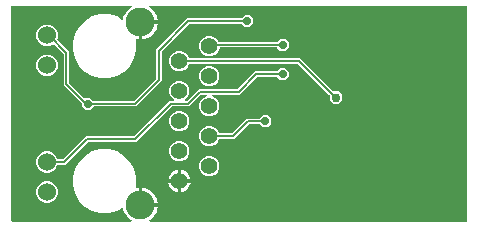
<source format=gbl>
G04 EAGLE Gerber RS-274X export*
G75*
%MOMM*%
%FSLAX34Y34*%
%LPD*%
%INBottom Copper*%
%IPPOS*%
%AMOC8*
5,1,8,0,0,1.08239X$1,22.5*%
G01*
%ADD10C,2.445000*%
%ADD11C,1.398000*%
%ADD12C,1.530000*%
%ADD13C,0.152400*%
%ADD14C,0.706400*%
%ADD15C,0.756400*%

G36*
X111199Y10162D02*
X111199Y10162D01*
X111207Y10161D01*
X111320Y10182D01*
X111434Y10200D01*
X111441Y10204D01*
X111448Y10206D01*
X111549Y10262D01*
X111651Y10316D01*
X111656Y10321D01*
X111663Y10325D01*
X111741Y10410D01*
X111820Y10494D01*
X111824Y10501D01*
X111829Y10507D01*
X111875Y10613D01*
X111924Y10717D01*
X111925Y10725D01*
X111928Y10732D01*
X111938Y10847D01*
X111951Y10961D01*
X111949Y10969D01*
X111950Y10977D01*
X111923Y11090D01*
X111899Y11202D01*
X111895Y11209D01*
X111893Y11216D01*
X111831Y11315D01*
X111773Y11413D01*
X111767Y11418D01*
X111762Y11425D01*
X111638Y11538D01*
X109781Y12887D01*
X108137Y14531D01*
X106771Y16411D01*
X105716Y18482D01*
X104998Y20692D01*
X104884Y21411D01*
X104873Y21445D01*
X104870Y21481D01*
X104834Y21561D01*
X104807Y21644D01*
X104785Y21673D01*
X104771Y21706D01*
X104712Y21771D01*
X104659Y21841D01*
X104630Y21861D01*
X104605Y21888D01*
X104529Y21931D01*
X104457Y21980D01*
X104422Y21990D01*
X104391Y22008D01*
X104304Y22024D01*
X104220Y22048D01*
X104184Y22046D01*
X104149Y22053D01*
X104062Y22040D01*
X103974Y22036D01*
X103941Y22023D01*
X103905Y22018D01*
X103752Y21951D01*
X99287Y19373D01*
X92443Y17539D01*
X85357Y17539D01*
X78513Y19373D01*
X72376Y22916D01*
X67366Y27926D01*
X63823Y34063D01*
X61989Y40907D01*
X61989Y47993D01*
X63823Y54837D01*
X67366Y60974D01*
X72376Y65984D01*
X78513Y69527D01*
X85357Y71361D01*
X92443Y71361D01*
X99287Y69527D01*
X105424Y65984D01*
X110434Y60974D01*
X113977Y54837D01*
X115811Y47993D01*
X115811Y40907D01*
X115449Y39558D01*
X115444Y39503D01*
X115428Y39449D01*
X115432Y39381D01*
X115425Y39314D01*
X115437Y39259D01*
X115440Y39203D01*
X115465Y39140D01*
X115480Y39074D01*
X115509Y39026D01*
X115529Y38974D01*
X115573Y38922D01*
X115608Y38864D01*
X115651Y38828D01*
X115687Y38785D01*
X115745Y38750D01*
X115797Y38706D01*
X115849Y38686D01*
X115896Y38657D01*
X115963Y38641D01*
X116026Y38617D01*
X116082Y38614D01*
X116136Y38602D01*
X116241Y38606D01*
X116272Y38605D01*
X116284Y38608D01*
X116304Y38609D01*
X117877Y38859D01*
X117877Y24912D01*
X117880Y24892D01*
X117878Y24873D01*
X117900Y24771D01*
X117917Y24669D01*
X117926Y24652D01*
X117930Y24632D01*
X117983Y24543D01*
X118032Y24452D01*
X118046Y24438D01*
X118056Y24421D01*
X118135Y24354D01*
X118210Y24283D01*
X118228Y24274D01*
X118243Y24261D01*
X118339Y24223D01*
X118433Y24179D01*
X118453Y24177D01*
X118471Y24169D01*
X118638Y24151D01*
X119401Y24151D01*
X119401Y23388D01*
X119404Y23368D01*
X119402Y23349D01*
X119424Y23247D01*
X119441Y23145D01*
X119450Y23128D01*
X119454Y23108D01*
X119507Y23019D01*
X119556Y22928D01*
X119570Y22914D01*
X119580Y22897D01*
X119659Y22830D01*
X119734Y22759D01*
X119752Y22750D01*
X119767Y22737D01*
X119863Y22698D01*
X119957Y22655D01*
X119977Y22653D01*
X119995Y22645D01*
X120162Y22627D01*
X134109Y22627D01*
X133802Y20692D01*
X133084Y18482D01*
X132029Y16411D01*
X130663Y14531D01*
X129019Y12887D01*
X127162Y11538D01*
X127156Y11532D01*
X127149Y11528D01*
X127070Y11445D01*
X126989Y11363D01*
X126985Y11356D01*
X126980Y11350D01*
X126931Y11246D01*
X126881Y11142D01*
X126879Y11134D01*
X126876Y11127D01*
X126863Y11013D01*
X126848Y10898D01*
X126850Y10890D01*
X126849Y10883D01*
X126873Y10770D01*
X126896Y10657D01*
X126900Y10650D01*
X126901Y10642D01*
X126960Y10544D01*
X127017Y10443D01*
X127023Y10438D01*
X127027Y10431D01*
X127115Y10356D01*
X127201Y10279D01*
X127208Y10276D01*
X127214Y10271D01*
X127321Y10228D01*
X127427Y10183D01*
X127435Y10182D01*
X127443Y10179D01*
X127609Y10161D01*
X395278Y10161D01*
X395298Y10164D01*
X395317Y10162D01*
X395419Y10184D01*
X395521Y10200D01*
X395538Y10210D01*
X395558Y10214D01*
X395647Y10267D01*
X395738Y10316D01*
X395752Y10330D01*
X395769Y10340D01*
X395836Y10419D01*
X395908Y10494D01*
X395916Y10512D01*
X395929Y10527D01*
X395968Y10623D01*
X396011Y10717D01*
X396013Y10737D01*
X396021Y10755D01*
X396039Y10922D01*
X396039Y192278D01*
X396036Y192298D01*
X396038Y192317D01*
X396016Y192419D01*
X396000Y192521D01*
X395990Y192538D01*
X395986Y192558D01*
X395933Y192647D01*
X395884Y192738D01*
X395870Y192752D01*
X395860Y192769D01*
X395781Y192836D01*
X395706Y192908D01*
X395688Y192916D01*
X395673Y192929D01*
X395577Y192968D01*
X395483Y193011D01*
X395463Y193013D01*
X395445Y193021D01*
X395278Y193039D01*
X127609Y193039D01*
X127601Y193038D01*
X127593Y193039D01*
X127480Y193018D01*
X127366Y193000D01*
X127359Y192996D01*
X127352Y192994D01*
X127251Y192938D01*
X127149Y192884D01*
X127144Y192879D01*
X127137Y192875D01*
X127059Y192790D01*
X126980Y192706D01*
X126976Y192699D01*
X126971Y192693D01*
X126925Y192587D01*
X126876Y192483D01*
X126875Y192475D01*
X126872Y192468D01*
X126862Y192353D01*
X126849Y192239D01*
X126851Y192231D01*
X126850Y192223D01*
X126877Y192110D01*
X126901Y191998D01*
X126905Y191991D01*
X126907Y191984D01*
X126969Y191885D01*
X127027Y191787D01*
X127033Y191782D01*
X127038Y191775D01*
X127162Y191662D01*
X129019Y190313D01*
X130663Y188669D01*
X132029Y186789D01*
X133084Y184718D01*
X133802Y182508D01*
X134109Y180573D01*
X120162Y180573D01*
X120142Y180570D01*
X120123Y180572D01*
X120021Y180550D01*
X119919Y180533D01*
X119902Y180524D01*
X119882Y180520D01*
X119793Y180467D01*
X119702Y180418D01*
X119688Y180404D01*
X119671Y180394D01*
X119604Y180315D01*
X119533Y180240D01*
X119524Y180222D01*
X119511Y180207D01*
X119473Y180111D01*
X119429Y180017D01*
X119427Y179997D01*
X119419Y179979D01*
X119401Y179812D01*
X119401Y179049D01*
X118638Y179049D01*
X118618Y179046D01*
X118599Y179048D01*
X118497Y179026D01*
X118395Y179009D01*
X118378Y179000D01*
X118358Y178996D01*
X118269Y178943D01*
X118178Y178894D01*
X118164Y178880D01*
X118147Y178870D01*
X118080Y178791D01*
X118009Y178716D01*
X118000Y178698D01*
X117987Y178683D01*
X117948Y178587D01*
X117905Y178493D01*
X117903Y178473D01*
X117895Y178455D01*
X117877Y178288D01*
X117877Y164341D01*
X116304Y164591D01*
X116248Y164590D01*
X116193Y164600D01*
X116126Y164590D01*
X116058Y164589D01*
X116005Y164571D01*
X115950Y164563D01*
X115889Y164532D01*
X115825Y164510D01*
X115781Y164476D01*
X115731Y164450D01*
X115684Y164401D01*
X115630Y164360D01*
X115599Y164314D01*
X115560Y164274D01*
X115531Y164212D01*
X115493Y164156D01*
X115478Y164102D01*
X115454Y164052D01*
X115446Y163984D01*
X115428Y163919D01*
X115431Y163863D01*
X115424Y163808D01*
X115440Y163703D01*
X115442Y163673D01*
X115446Y163661D01*
X115449Y163642D01*
X115811Y162293D01*
X115811Y155207D01*
X113977Y148363D01*
X110434Y142226D01*
X105424Y137216D01*
X99287Y133673D01*
X92443Y131839D01*
X85357Y131839D01*
X78513Y133673D01*
X72376Y137216D01*
X67366Y142226D01*
X63823Y148363D01*
X61989Y155207D01*
X61989Y162293D01*
X63823Y169137D01*
X67366Y175274D01*
X72376Y180284D01*
X78513Y183827D01*
X85357Y185661D01*
X92443Y185661D01*
X99287Y183827D01*
X103752Y181249D01*
X103785Y181237D01*
X103815Y181216D01*
X103900Y181193D01*
X103982Y181162D01*
X104018Y181161D01*
X104052Y181151D01*
X104140Y181156D01*
X104227Y181153D01*
X104262Y181163D01*
X104298Y181166D01*
X104379Y181198D01*
X104463Y181223D01*
X104493Y181244D01*
X104526Y181257D01*
X104593Y181314D01*
X104665Y181364D01*
X104686Y181393D01*
X104713Y181417D01*
X104758Y181492D01*
X104810Y181563D01*
X104821Y181597D01*
X104840Y181628D01*
X104884Y181789D01*
X104998Y182508D01*
X105716Y184718D01*
X106771Y186789D01*
X108137Y188669D01*
X109781Y190313D01*
X111638Y191662D01*
X111644Y191668D01*
X111651Y191672D01*
X111730Y191755D01*
X111811Y191837D01*
X111815Y191844D01*
X111820Y191850D01*
X111869Y191954D01*
X111919Y192058D01*
X111921Y192066D01*
X111924Y192073D01*
X111937Y192187D01*
X111952Y192302D01*
X111950Y192310D01*
X111951Y192317D01*
X111927Y192430D01*
X111904Y192543D01*
X111900Y192550D01*
X111899Y192558D01*
X111840Y192656D01*
X111783Y192757D01*
X111777Y192762D01*
X111773Y192769D01*
X111685Y192844D01*
X111599Y192921D01*
X111592Y192924D01*
X111586Y192929D01*
X111479Y192972D01*
X111373Y193017D01*
X111365Y193018D01*
X111357Y193021D01*
X111191Y193039D01*
X10922Y193039D01*
X10902Y193036D01*
X10883Y193038D01*
X10781Y193016D01*
X10679Y193000D01*
X10662Y192990D01*
X10642Y192986D01*
X10553Y192933D01*
X10462Y192884D01*
X10448Y192870D01*
X10431Y192860D01*
X10364Y192781D01*
X10292Y192706D01*
X10284Y192688D01*
X10271Y192673D01*
X10232Y192577D01*
X10189Y192483D01*
X10187Y192463D01*
X10179Y192445D01*
X10161Y192278D01*
X10161Y10922D01*
X10164Y10902D01*
X10162Y10883D01*
X10184Y10781D01*
X10200Y10679D01*
X10210Y10662D01*
X10214Y10642D01*
X10267Y10553D01*
X10316Y10462D01*
X10330Y10448D01*
X10340Y10431D01*
X10419Y10364D01*
X10494Y10292D01*
X10512Y10284D01*
X10527Y10271D01*
X10623Y10232D01*
X10717Y10189D01*
X10737Y10187D01*
X10755Y10179D01*
X10922Y10161D01*
X111191Y10161D01*
X111199Y10162D01*
G37*
%LPC*%
G36*
X38275Y51575D02*
X38275Y51575D01*
X34903Y52972D01*
X32322Y55553D01*
X30925Y58925D01*
X30925Y62575D01*
X32322Y65947D01*
X34903Y68528D01*
X38275Y69925D01*
X41925Y69925D01*
X45297Y68528D01*
X47878Y65947D01*
X48889Y63507D01*
X48950Y63407D01*
X49010Y63307D01*
X49015Y63303D01*
X49018Y63298D01*
X49108Y63223D01*
X49197Y63147D01*
X49203Y63145D01*
X49208Y63141D01*
X49316Y63099D01*
X49425Y63055D01*
X49433Y63054D01*
X49438Y63053D01*
X49456Y63052D01*
X49592Y63037D01*
X53837Y63037D01*
X53928Y63051D01*
X54018Y63059D01*
X54048Y63071D01*
X54080Y63076D01*
X54161Y63119D01*
X54245Y63155D01*
X54277Y63181D01*
X54298Y63192D01*
X54320Y63215D01*
X54376Y63260D01*
X73403Y82287D01*
X113737Y82287D01*
X113828Y82301D01*
X113918Y82309D01*
X113948Y82321D01*
X113980Y82326D01*
X114061Y82369D01*
X114145Y82405D01*
X114177Y82431D01*
X114198Y82442D01*
X114220Y82465D01*
X114276Y82510D01*
X144053Y112287D01*
X146934Y112287D01*
X147005Y112298D01*
X147076Y112300D01*
X147125Y112318D01*
X147177Y112326D01*
X147240Y112360D01*
X147307Y112385D01*
X147348Y112417D01*
X147394Y112442D01*
X147443Y112494D01*
X147499Y112538D01*
X147527Y112582D01*
X147563Y112620D01*
X147594Y112685D01*
X147632Y112745D01*
X147645Y112796D01*
X147667Y112843D01*
X147675Y112914D01*
X147692Y112984D01*
X147688Y113036D01*
X147694Y113087D01*
X147679Y113158D01*
X147673Y113229D01*
X147653Y113277D01*
X147642Y113328D01*
X147605Y113389D01*
X147577Y113455D01*
X147532Y113511D01*
X147516Y113539D01*
X147498Y113554D01*
X147472Y113586D01*
X145182Y115877D01*
X143885Y119006D01*
X143885Y122394D01*
X145182Y125523D01*
X147577Y127918D01*
X150706Y129215D01*
X154094Y129215D01*
X157223Y127918D01*
X159618Y125523D01*
X160915Y122394D01*
X160915Y119006D01*
X159618Y115877D01*
X157328Y113586D01*
X157286Y113528D01*
X157237Y113476D01*
X157215Y113429D01*
X157184Y113387D01*
X157163Y113318D01*
X157133Y113253D01*
X157127Y113201D01*
X157112Y113151D01*
X157114Y113080D01*
X157106Y113009D01*
X157117Y112958D01*
X157118Y112906D01*
X157143Y112838D01*
X157158Y112768D01*
X157185Y112723D01*
X157203Y112675D01*
X157248Y112619D01*
X157284Y112557D01*
X157324Y112523D01*
X157357Y112483D01*
X157417Y112444D01*
X157471Y112397D01*
X157520Y112378D01*
X157563Y112350D01*
X157633Y112332D01*
X157699Y112305D01*
X157771Y112297D01*
X157802Y112289D01*
X157825Y112291D01*
X157866Y112287D01*
X158737Y112287D01*
X158828Y112301D01*
X158918Y112309D01*
X158948Y112321D01*
X158980Y112326D01*
X159061Y112369D01*
X159145Y112405D01*
X159177Y112431D01*
X159198Y112442D01*
X159220Y112465D01*
X159276Y112510D01*
X169053Y122287D01*
X201256Y122287D01*
X201346Y122301D01*
X201437Y122309D01*
X201467Y122321D01*
X201498Y122326D01*
X201579Y122369D01*
X201663Y122405D01*
X201695Y122431D01*
X201716Y122442D01*
X201738Y122465D01*
X201794Y122510D01*
X216571Y137287D01*
X234820Y137287D01*
X234910Y137301D01*
X235001Y137309D01*
X235031Y137321D01*
X235063Y137326D01*
X235144Y137369D01*
X235227Y137405D01*
X235260Y137431D01*
X235280Y137442D01*
X235283Y137444D01*
X235303Y137465D01*
X235358Y137510D01*
X237905Y140057D01*
X242095Y140057D01*
X245057Y137095D01*
X245057Y132905D01*
X242095Y129943D01*
X237905Y129943D01*
X235358Y132490D01*
X235284Y132543D01*
X235215Y132603D01*
X235185Y132615D01*
X235159Y132634D01*
X235072Y132661D01*
X234987Y132695D01*
X234946Y132699D01*
X234924Y132706D01*
X234891Y132705D01*
X234820Y132713D01*
X218781Y132713D01*
X218691Y132699D01*
X218600Y132691D01*
X218570Y132679D01*
X218538Y132674D01*
X218457Y132631D01*
X218373Y132595D01*
X218341Y132569D01*
X218321Y132558D01*
X218298Y132535D01*
X218242Y132490D01*
X203465Y117713D01*
X180427Y117713D01*
X180331Y117698D01*
X180234Y117688D01*
X180210Y117678D01*
X180184Y117674D01*
X180098Y117628D01*
X180009Y117588D01*
X179990Y117571D01*
X179967Y117558D01*
X179900Y117488D01*
X179828Y117422D01*
X179816Y117399D01*
X179798Y117380D01*
X179757Y117292D01*
X179710Y117206D01*
X179705Y117181D01*
X179694Y117157D01*
X179683Y117060D01*
X179666Y116964D01*
X179670Y116938D01*
X179667Y116913D01*
X179688Y116817D01*
X179702Y116721D01*
X179714Y116698D01*
X179719Y116672D01*
X179769Y116589D01*
X179813Y116502D01*
X179832Y116483D01*
X179845Y116461D01*
X179919Y116398D01*
X179989Y116330D01*
X180017Y116314D01*
X180032Y116301D01*
X180063Y116289D01*
X180136Y116249D01*
X182623Y115218D01*
X185018Y112823D01*
X186315Y109694D01*
X186315Y106306D01*
X185018Y103177D01*
X182623Y100782D01*
X179494Y99485D01*
X176106Y99485D01*
X172977Y100782D01*
X170582Y103177D01*
X169285Y106306D01*
X169285Y109694D01*
X170582Y112823D01*
X172977Y115218D01*
X175464Y116249D01*
X175547Y116300D01*
X175633Y116346D01*
X175651Y116364D01*
X175673Y116378D01*
X175735Y116454D01*
X175802Y116524D01*
X175813Y116548D01*
X175830Y116568D01*
X175865Y116659D01*
X175906Y116747D01*
X175909Y116773D01*
X175918Y116797D01*
X175922Y116895D01*
X175933Y116991D01*
X175928Y117017D01*
X175929Y117043D01*
X175901Y117137D01*
X175881Y117232D01*
X175867Y117254D01*
X175860Y117279D01*
X175805Y117359D01*
X175755Y117443D01*
X175735Y117460D01*
X175720Y117481D01*
X175642Y117540D01*
X175568Y117603D01*
X175543Y117613D01*
X175522Y117628D01*
X175430Y117658D01*
X175340Y117695D01*
X175307Y117698D01*
X175289Y117704D01*
X175256Y117704D01*
X175173Y117713D01*
X171263Y117713D01*
X171172Y117699D01*
X171082Y117691D01*
X171052Y117679D01*
X171020Y117674D01*
X170939Y117631D01*
X170855Y117595D01*
X170823Y117569D01*
X170802Y117558D01*
X170780Y117535D01*
X170724Y117490D01*
X160947Y107713D01*
X146263Y107713D01*
X146172Y107699D01*
X146082Y107691D01*
X146052Y107679D01*
X146020Y107674D01*
X145939Y107631D01*
X145855Y107595D01*
X145823Y107569D01*
X145802Y107558D01*
X145780Y107535D01*
X145724Y107490D01*
X115947Y77713D01*
X75613Y77713D01*
X75522Y77699D01*
X75432Y77691D01*
X75402Y77679D01*
X75370Y77674D01*
X75289Y77631D01*
X75205Y77595D01*
X75173Y77569D01*
X75152Y77558D01*
X75130Y77535D01*
X75074Y77490D01*
X56047Y58463D01*
X49592Y58463D01*
X49477Y58444D01*
X49361Y58427D01*
X49356Y58425D01*
X49349Y58424D01*
X49247Y58369D01*
X49142Y58316D01*
X49137Y58311D01*
X49132Y58308D01*
X49052Y58224D01*
X48970Y58140D01*
X48966Y58134D01*
X48963Y58130D01*
X48955Y58113D01*
X48889Y57993D01*
X47878Y55553D01*
X45297Y52972D01*
X41925Y51575D01*
X38275Y51575D01*
G37*
%LPD*%
%LPC*%
G36*
X72905Y104943D02*
X72905Y104943D01*
X69943Y107905D01*
X69943Y110023D01*
X69929Y110113D01*
X69921Y110204D01*
X69909Y110234D01*
X69904Y110266D01*
X69861Y110347D01*
X69825Y110431D01*
X69799Y110463D01*
X69788Y110484D01*
X69765Y110506D01*
X69720Y110562D01*
X54471Y125811D01*
X54471Y151980D01*
X54456Y152070D01*
X54449Y152161D01*
X54437Y152190D01*
X54431Y152222D01*
X54389Y152303D01*
X54353Y152387D01*
X54327Y152419D01*
X54316Y152440D01*
X54293Y152462D01*
X54248Y152518D01*
X46534Y160232D01*
X46518Y160244D01*
X46505Y160259D01*
X46418Y160315D01*
X46334Y160376D01*
X46315Y160382D01*
X46298Y160392D01*
X46198Y160418D01*
X46099Y160448D01*
X46079Y160448D01*
X46060Y160452D01*
X45957Y160444D01*
X45853Y160442D01*
X45834Y160435D01*
X45815Y160433D01*
X45720Y160393D01*
X45622Y160357D01*
X45606Y160345D01*
X45588Y160337D01*
X45457Y160232D01*
X45297Y160072D01*
X41925Y158675D01*
X38275Y158675D01*
X34903Y160072D01*
X32322Y162653D01*
X30925Y166025D01*
X30925Y169675D01*
X32322Y173047D01*
X34903Y175628D01*
X38275Y177025D01*
X41925Y177025D01*
X45297Y175628D01*
X47878Y173047D01*
X49275Y169675D01*
X49275Y166025D01*
X48864Y165034D01*
X48838Y164921D01*
X48809Y164807D01*
X48810Y164801D01*
X48808Y164795D01*
X48819Y164678D01*
X48828Y164562D01*
X48831Y164556D01*
X48831Y164550D01*
X48879Y164442D01*
X48925Y164336D01*
X48929Y164330D01*
X48931Y164325D01*
X48944Y164311D01*
X49029Y164205D01*
X59045Y154189D01*
X59045Y128020D01*
X59059Y127930D01*
X59067Y127839D01*
X59079Y127810D01*
X59084Y127778D01*
X59127Y127697D01*
X59163Y127613D01*
X59189Y127581D01*
X59199Y127560D01*
X59223Y127538D01*
X59268Y127482D01*
X71761Y114989D01*
X71777Y114977D01*
X71790Y114962D01*
X71877Y114905D01*
X71961Y114845D01*
X71980Y114839D01*
X71996Y114829D01*
X72097Y114803D01*
X72196Y114773D01*
X72216Y114773D01*
X72235Y114769D01*
X72338Y114777D01*
X72442Y114779D01*
X72460Y114786D01*
X72480Y114788D01*
X72575Y114828D01*
X72673Y114864D01*
X72688Y114876D01*
X72707Y114884D01*
X72838Y114989D01*
X72905Y115057D01*
X77095Y115057D01*
X79642Y112510D01*
X79716Y112457D01*
X79785Y112397D01*
X79815Y112385D01*
X79841Y112366D01*
X79928Y112339D01*
X80013Y112305D01*
X80054Y112301D01*
X80076Y112294D01*
X80109Y112295D01*
X80180Y112287D01*
X113737Y112287D01*
X113828Y112301D01*
X113918Y112309D01*
X113948Y112321D01*
X113980Y112326D01*
X114061Y112369D01*
X114145Y112405D01*
X114177Y112431D01*
X114198Y112442D01*
X114220Y112465D01*
X114276Y112510D01*
X132490Y130724D01*
X132543Y130798D01*
X132603Y130868D01*
X132615Y130898D01*
X132634Y130924D01*
X132661Y131011D01*
X132695Y131096D01*
X132699Y131137D01*
X132706Y131159D01*
X132705Y131191D01*
X132713Y131263D01*
X132713Y155947D01*
X159053Y182287D01*
X204820Y182287D01*
X204910Y182301D01*
X205001Y182309D01*
X205031Y182321D01*
X205063Y182326D01*
X205144Y182369D01*
X205227Y182405D01*
X205260Y182431D01*
X205280Y182442D01*
X205302Y182465D01*
X205358Y182510D01*
X207905Y185057D01*
X212095Y185057D01*
X215057Y182095D01*
X215057Y177905D01*
X212095Y174943D01*
X207905Y174943D01*
X205358Y177490D01*
X205284Y177543D01*
X205215Y177603D01*
X205185Y177615D01*
X205159Y177634D01*
X205072Y177661D01*
X204987Y177695D01*
X204946Y177699D01*
X204924Y177706D01*
X204891Y177705D01*
X204820Y177713D01*
X161263Y177713D01*
X161172Y177699D01*
X161082Y177691D01*
X161052Y177679D01*
X161020Y177674D01*
X160939Y177631D01*
X160855Y177595D01*
X160823Y177569D01*
X160802Y177558D01*
X160780Y177535D01*
X160724Y177490D01*
X137510Y154276D01*
X137457Y154202D01*
X137397Y154132D01*
X137385Y154102D01*
X137366Y154076D01*
X137339Y153989D01*
X137305Y153904D01*
X137301Y153863D01*
X137294Y153841D01*
X137295Y153809D01*
X137287Y153737D01*
X137287Y129053D01*
X115947Y107713D01*
X80180Y107713D01*
X80090Y107699D01*
X79999Y107691D01*
X79969Y107679D01*
X79937Y107674D01*
X79856Y107631D01*
X79773Y107595D01*
X79740Y107569D01*
X79720Y107558D01*
X79698Y107535D01*
X79642Y107490D01*
X77095Y104943D01*
X72905Y104943D01*
G37*
%LPD*%
%LPC*%
G36*
X282802Y109693D02*
X282802Y109693D01*
X279693Y112802D01*
X279693Y116757D01*
X279691Y116768D01*
X279692Y116775D01*
X279685Y116810D01*
X279679Y116848D01*
X279671Y116938D01*
X279659Y116968D01*
X279654Y117000D01*
X279611Y117081D01*
X279575Y117165D01*
X279549Y117197D01*
X279538Y117218D01*
X279515Y117240D01*
X279470Y117296D01*
X253176Y143590D01*
X253102Y143643D01*
X253032Y143703D01*
X253002Y143715D01*
X252976Y143734D01*
X252889Y143761D01*
X252804Y143795D01*
X252763Y143799D01*
X252741Y143806D01*
X252709Y143805D01*
X252637Y143813D01*
X161178Y143813D01*
X161063Y143794D01*
X160947Y143777D01*
X160941Y143775D01*
X160935Y143774D01*
X160832Y143719D01*
X160728Y143666D01*
X160723Y143661D01*
X160718Y143658D01*
X160638Y143574D01*
X160555Y143490D01*
X160552Y143484D01*
X160548Y143480D01*
X160540Y143463D01*
X160474Y143343D01*
X159618Y141277D01*
X157223Y138882D01*
X154094Y137585D01*
X150706Y137585D01*
X147577Y138882D01*
X145182Y141277D01*
X143885Y144406D01*
X143885Y147794D01*
X145182Y150923D01*
X147577Y153318D01*
X150706Y154615D01*
X154094Y154615D01*
X157223Y153318D01*
X159618Y150923D01*
X160474Y148857D01*
X160536Y148757D01*
X160596Y148657D01*
X160601Y148653D01*
X160604Y148648D01*
X160694Y148573D01*
X160783Y148497D01*
X160789Y148495D01*
X160794Y148491D01*
X160902Y148449D01*
X161011Y148405D01*
X161019Y148404D01*
X161023Y148403D01*
X161041Y148402D01*
X161178Y148387D01*
X254847Y148387D01*
X282704Y120530D01*
X282778Y120477D01*
X282848Y120417D01*
X282878Y120405D01*
X282904Y120386D01*
X282991Y120359D01*
X283076Y120325D01*
X283117Y120321D01*
X283139Y120314D01*
X283171Y120315D01*
X283243Y120307D01*
X287198Y120307D01*
X290307Y117198D01*
X290307Y112802D01*
X287198Y109693D01*
X282802Y109693D01*
G37*
%LPD*%
%LPC*%
G36*
X176106Y150285D02*
X176106Y150285D01*
X172977Y151582D01*
X170582Y153977D01*
X169285Y157106D01*
X169285Y160494D01*
X170582Y163623D01*
X172977Y166018D01*
X176106Y167315D01*
X179494Y167315D01*
X182623Y166018D01*
X185018Y163623D01*
X185377Y162757D01*
X185439Y162657D01*
X185499Y162557D01*
X185504Y162553D01*
X185507Y162548D01*
X185597Y162473D01*
X185686Y162397D01*
X185692Y162395D01*
X185696Y162391D01*
X185805Y162349D01*
X185914Y162305D01*
X185922Y162304D01*
X185926Y162303D01*
X185944Y162302D01*
X186081Y162287D01*
X234820Y162287D01*
X234910Y162301D01*
X235001Y162309D01*
X235031Y162321D01*
X235063Y162326D01*
X235144Y162369D01*
X235227Y162405D01*
X235260Y162431D01*
X235280Y162442D01*
X235302Y162465D01*
X235358Y162510D01*
X237905Y165057D01*
X242095Y165057D01*
X245057Y162095D01*
X245057Y157905D01*
X242095Y154943D01*
X237905Y154943D01*
X235358Y157490D01*
X235284Y157543D01*
X235215Y157603D01*
X235185Y157615D01*
X235159Y157634D01*
X235072Y157661D01*
X234987Y157695D01*
X234946Y157699D01*
X234924Y157706D01*
X234891Y157705D01*
X234820Y157713D01*
X187075Y157713D01*
X186960Y157694D01*
X186844Y157677D01*
X186838Y157675D01*
X186832Y157674D01*
X186729Y157619D01*
X186625Y157566D01*
X186620Y157561D01*
X186615Y157558D01*
X186535Y157474D01*
X186452Y157390D01*
X186449Y157384D01*
X186445Y157380D01*
X186437Y157363D01*
X186371Y157243D01*
X185018Y153977D01*
X182623Y151582D01*
X179494Y150285D01*
X176106Y150285D01*
G37*
%LPD*%
%LPC*%
G36*
X176106Y74085D02*
X176106Y74085D01*
X172977Y75382D01*
X170582Y77777D01*
X169285Y80906D01*
X169285Y84294D01*
X170582Y87423D01*
X172977Y89818D01*
X176106Y91115D01*
X179494Y91115D01*
X182623Y89818D01*
X185018Y87423D01*
X185874Y85357D01*
X185936Y85257D01*
X185996Y85157D01*
X186001Y85153D01*
X186004Y85148D01*
X186094Y85073D01*
X186183Y84997D01*
X186189Y84995D01*
X186194Y84991D01*
X186302Y84949D01*
X186411Y84905D01*
X186419Y84904D01*
X186423Y84903D01*
X186441Y84902D01*
X186578Y84887D01*
X196537Y84887D01*
X196628Y84901D01*
X196718Y84909D01*
X196748Y84921D01*
X196780Y84926D01*
X196861Y84969D01*
X196945Y85005D01*
X196977Y85031D01*
X196998Y85042D01*
X197020Y85065D01*
X197076Y85110D01*
X209253Y97287D01*
X219820Y97287D01*
X219910Y97301D01*
X220001Y97309D01*
X220031Y97321D01*
X220063Y97326D01*
X220144Y97369D01*
X220227Y97405D01*
X220260Y97431D01*
X220280Y97442D01*
X220302Y97465D01*
X220358Y97510D01*
X222905Y100057D01*
X227095Y100057D01*
X230057Y97095D01*
X230057Y92905D01*
X227095Y89943D01*
X222905Y89943D01*
X220358Y92490D01*
X220284Y92543D01*
X220215Y92603D01*
X220185Y92615D01*
X220159Y92634D01*
X220072Y92661D01*
X219987Y92695D01*
X219946Y92699D01*
X219924Y92706D01*
X219891Y92705D01*
X219820Y92713D01*
X211463Y92713D01*
X211372Y92699D01*
X211282Y92691D01*
X211252Y92679D01*
X211220Y92674D01*
X211139Y92631D01*
X211055Y92595D01*
X211023Y92569D01*
X211002Y92558D01*
X210980Y92535D01*
X210924Y92490D01*
X198747Y80313D01*
X186578Y80313D01*
X186463Y80294D01*
X186347Y80277D01*
X186341Y80275D01*
X186335Y80274D01*
X186232Y80219D01*
X186128Y80166D01*
X186123Y80161D01*
X186118Y80158D01*
X186038Y80074D01*
X185955Y79990D01*
X185952Y79984D01*
X185948Y79980D01*
X185940Y79963D01*
X185874Y79843D01*
X185018Y77777D01*
X182623Y75382D01*
X179494Y74085D01*
X176106Y74085D01*
G37*
%LPD*%
%LPC*%
G36*
X38275Y26175D02*
X38275Y26175D01*
X34903Y27572D01*
X32322Y30153D01*
X30925Y33525D01*
X30925Y37175D01*
X32322Y40547D01*
X34903Y43128D01*
X38275Y44525D01*
X41925Y44525D01*
X45297Y43128D01*
X47878Y40547D01*
X49275Y37175D01*
X49275Y33525D01*
X47878Y30153D01*
X45297Y27572D01*
X41925Y26175D01*
X38275Y26175D01*
G37*
%LPD*%
%LPC*%
G36*
X38275Y133275D02*
X38275Y133275D01*
X34903Y134672D01*
X32322Y137253D01*
X30925Y140625D01*
X30925Y144275D01*
X32322Y147647D01*
X34903Y150228D01*
X38275Y151625D01*
X41925Y151625D01*
X45297Y150228D01*
X47878Y147647D01*
X49275Y144275D01*
X49275Y140625D01*
X47878Y137253D01*
X45297Y134672D01*
X41925Y133275D01*
X38275Y133275D01*
G37*
%LPD*%
%LPC*%
G36*
X176106Y124885D02*
X176106Y124885D01*
X172977Y126182D01*
X170582Y128577D01*
X169285Y131706D01*
X169285Y135094D01*
X170582Y138223D01*
X172977Y140618D01*
X176106Y141915D01*
X179494Y141915D01*
X182623Y140618D01*
X185018Y138223D01*
X186315Y135094D01*
X186315Y131706D01*
X185018Y128577D01*
X182623Y126182D01*
X179494Y124885D01*
X176106Y124885D01*
G37*
%LPD*%
%LPC*%
G36*
X150706Y86785D02*
X150706Y86785D01*
X147577Y88082D01*
X145182Y90477D01*
X143885Y93606D01*
X143885Y96994D01*
X145182Y100123D01*
X147577Y102518D01*
X150706Y103815D01*
X154094Y103815D01*
X157223Y102518D01*
X159618Y100123D01*
X160915Y96994D01*
X160915Y93606D01*
X159618Y90477D01*
X157223Y88082D01*
X154094Y86785D01*
X150706Y86785D01*
G37*
%LPD*%
%LPC*%
G36*
X150706Y61385D02*
X150706Y61385D01*
X147577Y62682D01*
X145182Y65077D01*
X143885Y68206D01*
X143885Y71594D01*
X145182Y74723D01*
X147577Y77118D01*
X150706Y78415D01*
X154094Y78415D01*
X157223Y77118D01*
X159618Y74723D01*
X160915Y71594D01*
X160915Y68206D01*
X159618Y65077D01*
X157223Y62682D01*
X154094Y61385D01*
X150706Y61385D01*
G37*
%LPD*%
%LPC*%
G36*
X176106Y48685D02*
X176106Y48685D01*
X172977Y49982D01*
X170582Y52377D01*
X169285Y55506D01*
X169285Y58894D01*
X170582Y62023D01*
X172977Y64418D01*
X176106Y65715D01*
X179494Y65715D01*
X182623Y64418D01*
X185018Y62023D01*
X186315Y58894D01*
X186315Y55506D01*
X185018Y52377D01*
X182623Y49982D01*
X179494Y48685D01*
X176106Y48685D01*
G37*
%LPD*%
%LPC*%
G36*
X120923Y25673D02*
X120923Y25673D01*
X120923Y38859D01*
X122858Y38552D01*
X125068Y37834D01*
X127139Y36779D01*
X129019Y35413D01*
X130663Y33769D01*
X132029Y31889D01*
X133084Y29818D01*
X133802Y27608D01*
X134109Y25673D01*
X120923Y25673D01*
G37*
%LPD*%
%LPC*%
G36*
X120923Y177527D02*
X120923Y177527D01*
X134109Y177527D01*
X133802Y175592D01*
X133084Y173382D01*
X132029Y171311D01*
X130663Y169431D01*
X129019Y167787D01*
X127139Y166421D01*
X125068Y165366D01*
X122858Y164648D01*
X120923Y164341D01*
X120923Y177527D01*
G37*
%LPD*%
%LPC*%
G36*
X153923Y46023D02*
X153923Y46023D01*
X153923Y53914D01*
X155180Y53664D01*
X156914Y52946D01*
X158476Y51903D01*
X159803Y50576D01*
X160846Y49014D01*
X161564Y47280D01*
X161814Y46023D01*
X153923Y46023D01*
G37*
%LPD*%
%LPC*%
G36*
X142986Y46023D02*
X142986Y46023D01*
X143236Y47280D01*
X143954Y49014D01*
X144997Y50576D01*
X146324Y51903D01*
X147886Y52946D01*
X149620Y53664D01*
X150877Y53914D01*
X150877Y46023D01*
X142986Y46023D01*
G37*
%LPD*%
%LPC*%
G36*
X153923Y42977D02*
X153923Y42977D01*
X161814Y42977D01*
X161564Y41720D01*
X160846Y39986D01*
X159803Y38424D01*
X158476Y37097D01*
X156914Y36054D01*
X155180Y35336D01*
X153923Y35086D01*
X153923Y42977D01*
G37*
%LPD*%
%LPC*%
G36*
X149620Y35336D02*
X149620Y35336D01*
X147886Y36054D01*
X146324Y37097D01*
X144997Y38424D01*
X143954Y39986D01*
X143236Y41720D01*
X142986Y42977D01*
X150877Y42977D01*
X150877Y35086D01*
X149620Y35336D01*
G37*
%LPD*%
%LPC*%
G36*
X152399Y44499D02*
X152399Y44499D01*
X152399Y44501D01*
X152401Y44501D01*
X152401Y44499D01*
X152399Y44499D01*
G37*
%LPD*%
D10*
X119400Y24150D03*
X119400Y179050D03*
D11*
X177800Y108000D03*
X152400Y120700D03*
X152400Y146100D03*
X152400Y95300D03*
X152400Y69900D03*
X152400Y44500D03*
X177800Y133400D03*
X177800Y158800D03*
X177800Y82600D03*
X177800Y57200D03*
D12*
X40100Y35350D03*
X40100Y167850D03*
X40100Y142450D03*
X40100Y60750D03*
D13*
X177800Y158800D02*
X179000Y160000D01*
X240000Y160000D01*
D14*
X240000Y160000D03*
X210000Y180000D03*
D13*
X56758Y153242D02*
X56758Y126758D01*
X73516Y110000D02*
X75000Y110000D01*
X73516Y110000D02*
X56758Y126758D01*
X42150Y167850D02*
X40100Y167850D01*
X160000Y180000D02*
X210000Y180000D01*
X160000Y180000D02*
X135000Y155000D01*
X135000Y130000D01*
X115000Y110000D01*
X75000Y110000D01*
X56758Y153242D02*
X42150Y167850D01*
D14*
X75000Y110000D03*
D13*
X210200Y95000D02*
X225000Y95000D01*
X210200Y95000D02*
X197800Y82600D01*
X177800Y82600D01*
D14*
X225000Y95000D03*
D15*
X285000Y115000D03*
D13*
X253900Y146100D01*
X152400Y146100D01*
X55100Y60750D02*
X40100Y60750D01*
D14*
X240000Y135000D03*
D13*
X217518Y135000D01*
X202518Y120000D01*
X170000Y120000D01*
X160000Y110000D01*
X74350Y80000D02*
X55100Y60750D01*
X145000Y110000D02*
X160000Y110000D01*
X145000Y110000D02*
X115000Y80000D01*
X74350Y80000D01*
M02*

</source>
